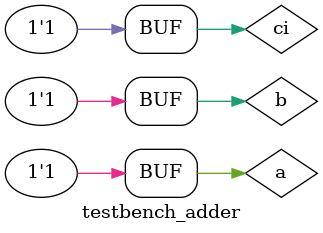
<source format=v>
`timescale 1ns / 1ps


module testbench_adder(
        
    );
    
    reg a, b, ci;
    wire s, co;
    
    one_bit_adder uut(.a(a), .b(b), .ci(ci), .s(s), .co(co));
    
    initial // initial block executes only once
        begin
            // values for a and b
            a = 0;
            b = 0;
            ci = 0;
            #5; // wait for period 
            
            a = 1;
            b = 0;
            ci = 0;
            #5; // wait for period 
            
            a = 0;
            b = 1;
            ci = 0;
            #5; // wait for period 
            
            a = 1;
            b = 1;
            ci = 0;
            #5; // wait for period 
            
            a = 1;
            b = 1;
            ci = 1;
            #5; // wait for period 
        end
    
endmodule

</source>
